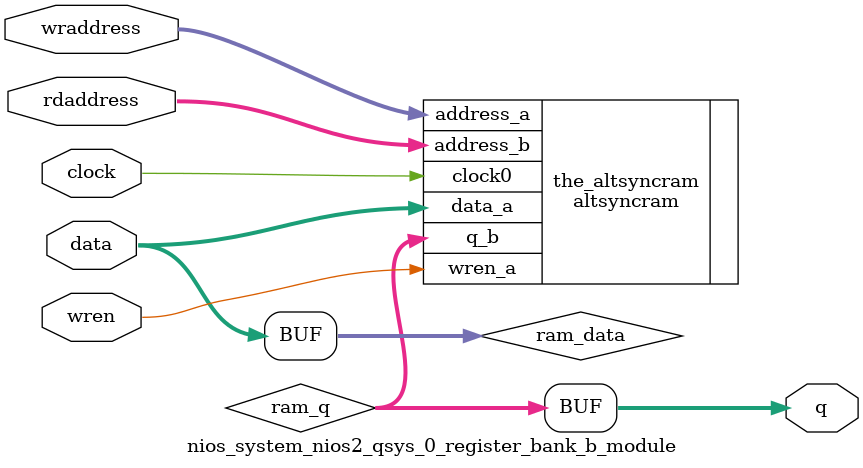
<source format=v>
module nios_system_nios2_qsys_0_register_bank_b_module (
                                                         // inputs:
                                                          clock,
                                                          data,
                                                          rdaddress,
                                                          wraddress,
                                                          wren,
                                                         // outputs:
                                                          q
                                                       )
;
  parameter lpm_file = "UNUSED";
  output  [ 31: 0] q;
  input            clock;
  input   [ 31: 0] data;
  input   [  4: 0] rdaddress;
  input   [  4: 0] wraddress;
  input            wren;
  wire    [ 31: 0] q;
  wire    [ 31: 0] ram_data;
  wire    [ 31: 0] ram_q;
  assign q = ram_q;
  assign ram_data = data;
  altsyncram the_altsyncram
    (
      .address_a (wraddress),
      .address_b (rdaddress),
      .clock0 (clock),
      .data_a (ram_data),
      .q_b (ram_q),
      .wren_a (wren)
    );
  defparam the_altsyncram.address_reg_b = "CLOCK0",
           the_altsyncram.init_file = lpm_file,
           the_altsyncram.maximum_depth = 0,
           the_altsyncram.numwords_a = 32,
           the_altsyncram.numwords_b = 32,
           the_altsyncram.operation_mode = "DUAL_PORT",
           the_altsyncram.outdata_reg_b = "UNREGISTERED",
           the_altsyncram.ram_block_type = "AUTO",
           the_altsyncram.rdcontrol_reg_b = "CLOCK0",
           the_altsyncram.read_during_write_mode_mixed_ports = "DONT_CARE",
           the_altsyncram.width_a = 32,
           the_altsyncram.width_b = 32,
           the_altsyncram.widthad_a = 5,
           the_altsyncram.widthad_b = 5;
endmodule
</source>
